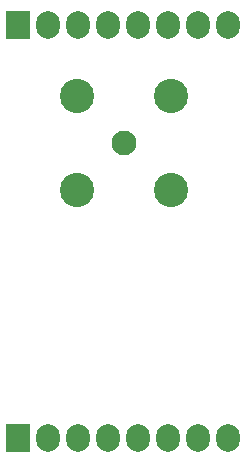
<source format=gbr>
G04 #@! TF.FileFunction,Soldermask,Top*
%FSLAX46Y46*%
G04 Gerber Fmt 4.6, Leading zero omitted, Abs format (unit mm)*
G04 Created by KiCad (PCBNEW 4.0.7-e2-6376~58~ubuntu16.04.1) date Mon Jun 18 09:51:27 2018*
%MOMM*%
%LPD*%
G01*
G04 APERTURE LIST*
%ADD10C,0.100000*%
%ADD11R,2.027200X2.332000*%
%ADD12O,2.027200X2.332000*%
%ADD13C,2.100000*%
%ADD14C,2.900000*%
G04 APERTURE END LIST*
D10*
D11*
X136000000Y-123000000D03*
D12*
X138540000Y-123000000D03*
X141080000Y-123000000D03*
X143620000Y-123000000D03*
X146160000Y-123000000D03*
X148700000Y-123000000D03*
X151240000Y-123000000D03*
X153780000Y-123000000D03*
D11*
X136000000Y-88000000D03*
D12*
X138540000Y-88000000D03*
X141080000Y-88000000D03*
X143620000Y-88000000D03*
X146160000Y-88000000D03*
X148700000Y-88000000D03*
X151240000Y-88000000D03*
X153780000Y-88000000D03*
D13*
X145000000Y-98000000D03*
D14*
X141000000Y-94000000D03*
X149000000Y-94000000D03*
X149000000Y-102000000D03*
X141000000Y-102000000D03*
M02*

</source>
